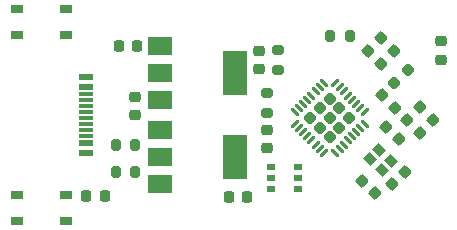
<source format=gbr>
%TF.GenerationSoftware,KiCad,Pcbnew,(6.0.5-0)*%
%TF.CreationDate,2022-07-11T15:01:11+02:00*%
%TF.ProjectId,ESP32-C3_breakout,45535033-322d-4433-935f-627265616b6f,rev?*%
%TF.SameCoordinates,Original*%
%TF.FileFunction,Paste,Top*%
%TF.FilePolarity,Positive*%
%FSLAX46Y46*%
G04 Gerber Fmt 4.6, Leading zero omitted, Abs format (unit mm)*
G04 Created by KiCad (PCBNEW (6.0.5-0)) date 2022-07-11 15:01:11*
%MOMM*%
%LPD*%
G01*
G04 APERTURE LIST*
G04 Aperture macros list*
%AMRoundRect*
0 Rectangle with rounded corners*
0 $1 Rounding radius*
0 $2 $3 $4 $5 $6 $7 $8 $9 X,Y pos of 4 corners*
0 Add a 4 corners polygon primitive as box body*
4,1,4,$2,$3,$4,$5,$6,$7,$8,$9,$2,$3,0*
0 Add four circle primitives for the rounded corners*
1,1,$1+$1,$2,$3*
1,1,$1+$1,$4,$5*
1,1,$1+$1,$6,$7*
1,1,$1+$1,$8,$9*
0 Add four rect primitives between the rounded corners*
20,1,$1+$1,$2,$3,$4,$5,0*
20,1,$1+$1,$4,$5,$6,$7,0*
20,1,$1+$1,$6,$7,$8,$9,0*
20,1,$1+$1,$8,$9,$2,$3,0*%
%AMRotRect*
0 Rectangle, with rotation*
0 The origin of the aperture is its center*
0 $1 length*
0 $2 width*
0 $3 Rotation angle, in degrees counterclockwise*
0 Add horizontal line*
21,1,$1,$2,0,0,$3*%
G04 Aperture macros list end*
%ADD10RoundRect,0.200000X-0.200000X-0.275000X0.200000X-0.275000X0.200000X0.275000X-0.200000X0.275000X0*%
%ADD11R,1.050000X0.650000*%
%ADD12RoundRect,0.225000X-0.250000X0.225000X-0.250000X-0.225000X0.250000X-0.225000X0.250000X0.225000X0*%
%ADD13R,0.700000X0.510000*%
%ADD14RotRect,0.900000X0.800000X135.000000*%
%ADD15RoundRect,0.200000X0.275000X-0.200000X0.275000X0.200000X-0.275000X0.200000X-0.275000X-0.200000X0*%
%ADD16RoundRect,0.225000X-0.225000X-0.250000X0.225000X-0.250000X0.225000X0.250000X-0.225000X0.250000X0*%
%ADD17RoundRect,0.225000X-0.335876X-0.017678X-0.017678X-0.335876X0.335876X0.017678X0.017678X0.335876X0*%
%ADD18RoundRect,0.225000X0.250000X-0.225000X0.250000X0.225000X-0.250000X0.225000X-0.250000X-0.225000X0*%
%ADD19RoundRect,0.200000X0.200000X0.275000X-0.200000X0.275000X-0.200000X-0.275000X0.200000X-0.275000X0*%
%ADD20R,2.000000X1.500000*%
%ADD21R,2.000000X3.800000*%
%ADD22RoundRect,0.225000X0.017678X-0.335876X0.335876X-0.017678X-0.017678X0.335876X-0.335876X0.017678X0*%
%ADD23RoundRect,0.218750X0.026517X-0.335876X0.335876X-0.026517X-0.026517X0.335876X-0.335876X0.026517X0*%
%ADD24RoundRect,0.232500X0.000000X0.328805X-0.328805X0.000000X0.000000X-0.328805X0.328805X0.000000X0*%
%ADD25RoundRect,0.062500X0.220971X0.309359X-0.309359X-0.220971X-0.220971X-0.309359X0.309359X0.220971X0*%
%ADD26RoundRect,0.062500X-0.220971X0.309359X-0.309359X0.220971X0.220971X-0.309359X0.309359X-0.220971X0*%
%ADD27RoundRect,0.225000X-0.017678X0.335876X-0.335876X0.017678X0.017678X-0.335876X0.335876X-0.017678X0*%
%ADD28RoundRect,0.225000X0.225000X0.250000X-0.225000X0.250000X-0.225000X-0.250000X0.225000X-0.250000X0*%
%ADD29R,1.150000X0.600000*%
%ADD30R,1.150000X0.300000*%
G04 APERTURE END LIST*
D10*
%TO.C,R3*%
X160211000Y-74422000D03*
X161861000Y-74422000D03*
%TD*%
D11*
%TO.C,SW2*%
X151849000Y-62933000D03*
X155999000Y-62933000D03*
X151849000Y-65083000D03*
X155999000Y-65083000D03*
%TD*%
D12*
%TO.C,C11*%
X172974000Y-73139000D03*
X172974000Y-74689000D03*
%TD*%
D13*
%TO.C,IC1*%
X173338000Y-76266000D03*
X173338000Y-77216000D03*
X173338000Y-78166000D03*
X175658000Y-78166000D03*
X175658000Y-77216000D03*
X175658000Y-76266000D03*
%TD*%
D14*
%TO.C,Y1*%
X183509883Y-75798066D03*
X182519934Y-74808117D03*
X181742117Y-75585934D03*
X182732066Y-76575883D03*
%TD*%
D15*
%TO.C,R4*%
X173898000Y-68039000D03*
X173898000Y-66389000D03*
%TD*%
D16*
%TO.C,C4*%
X157721000Y-78740000D03*
X159271000Y-78740000D03*
%TD*%
D17*
%TO.C,C13*%
X182712992Y-70190992D03*
X183809008Y-71287008D03*
%TD*%
D18*
%TO.C,C12*%
X187706000Y-67196000D03*
X187706000Y-65646000D03*
%TD*%
D19*
%TO.C,R1*%
X180023000Y-65164000D03*
X178373000Y-65164000D03*
%TD*%
D20*
%TO.C,U1*%
X163982000Y-66026000D03*
X163982000Y-68326000D03*
D21*
X170282000Y-68326000D03*
D20*
X163982000Y-70626000D03*
%TD*%
D22*
%TO.C,C9*%
X181567992Y-66470008D03*
X182664008Y-65373992D03*
%TD*%
D12*
%TO.C,C1*%
X161798000Y-70345000D03*
X161798000Y-71895000D03*
%TD*%
D22*
%TO.C,C8*%
X182649992Y-67562008D03*
X183746008Y-66465992D03*
%TD*%
D17*
%TO.C,C7*%
X184849992Y-72315992D03*
X185946008Y-73412008D03*
%TD*%
D20*
%TO.C,D1*%
X163982000Y-73138000D03*
X163982000Y-75438000D03*
X163982000Y-77738000D03*
D21*
X170282000Y-75438000D03*
%TD*%
D23*
%TO.C,L1*%
X183791153Y-69170847D03*
X184904847Y-68057153D03*
%TD*%
D10*
%TO.C,R2*%
X160211000Y-76708000D03*
X161861000Y-76708000D03*
%TD*%
D15*
%TO.C,R5*%
X172974000Y-71691000D03*
X172974000Y-70041000D03*
%TD*%
D24*
%TO.C,U2*%
X179934346Y-72136000D03*
X178308000Y-72136000D03*
X177494827Y-72949173D03*
X177494827Y-71322827D03*
X178308000Y-73762346D03*
X179121173Y-71322827D03*
X176681654Y-72136000D03*
X178308000Y-70509654D03*
X179121173Y-72949173D03*
D25*
X181269010Y-71649864D03*
X180915456Y-71296311D03*
X180561903Y-70942757D03*
X180208349Y-70589204D03*
X179854796Y-70235651D03*
X179501243Y-69882097D03*
X179147689Y-69528544D03*
X178794136Y-69174990D03*
D26*
X177821864Y-69174990D03*
X177468311Y-69528544D03*
X177114757Y-69882097D03*
X176761204Y-70235651D03*
X176407651Y-70589204D03*
X176054097Y-70942757D03*
X175700544Y-71296311D03*
X175346990Y-71649864D03*
D25*
X175346990Y-72622136D03*
X175700544Y-72975689D03*
X176054097Y-73329243D03*
X176407651Y-73682796D03*
X176761204Y-74036349D03*
X177114757Y-74389903D03*
X177468311Y-74743456D03*
X177821864Y-75097010D03*
D26*
X178794136Y-75097010D03*
X179147689Y-74743456D03*
X179501243Y-74389903D03*
X179854796Y-74036349D03*
X180208349Y-73682796D03*
X180561903Y-73329243D03*
X180915456Y-72975689D03*
X181269010Y-72622136D03*
%TD*%
D17*
%TO.C,C10*%
X185949992Y-71215992D03*
X187046008Y-72312008D03*
%TD*%
%TO.C,C6*%
X183093992Y-72857992D03*
X184190008Y-73954008D03*
%TD*%
D27*
%TO.C,C15*%
X184698008Y-76667992D03*
X183601992Y-77764008D03*
%TD*%
D17*
%TO.C,C14*%
X181061992Y-77429992D03*
X182158008Y-78526008D03*
%TD*%
D18*
%TO.C,C3*%
X172348000Y-67989000D03*
X172348000Y-66439000D03*
%TD*%
D11*
%TO.C,SW1*%
X151849000Y-78681000D03*
X155999000Y-78681000D03*
X151849000Y-80831000D03*
X155999000Y-80831000D03*
%TD*%
D16*
%TO.C,C2*%
X160473000Y-66014000D03*
X162023000Y-66014000D03*
%TD*%
D28*
%TO.C,C5*%
X171323000Y-78814000D03*
X169773000Y-78814000D03*
%TD*%
D29*
%TO.C,J1*%
X157663000Y-68682000D03*
X157663000Y-69482000D03*
D30*
X157663000Y-70632000D03*
X157663000Y-71632000D03*
X157663000Y-72132000D03*
X157663000Y-73132000D03*
D29*
X157663000Y-75082000D03*
X157663000Y-74282000D03*
D30*
X157663000Y-73632000D03*
X157663000Y-72632000D03*
X157663000Y-71132000D03*
X157663000Y-70132000D03*
%TD*%
M02*

</source>
